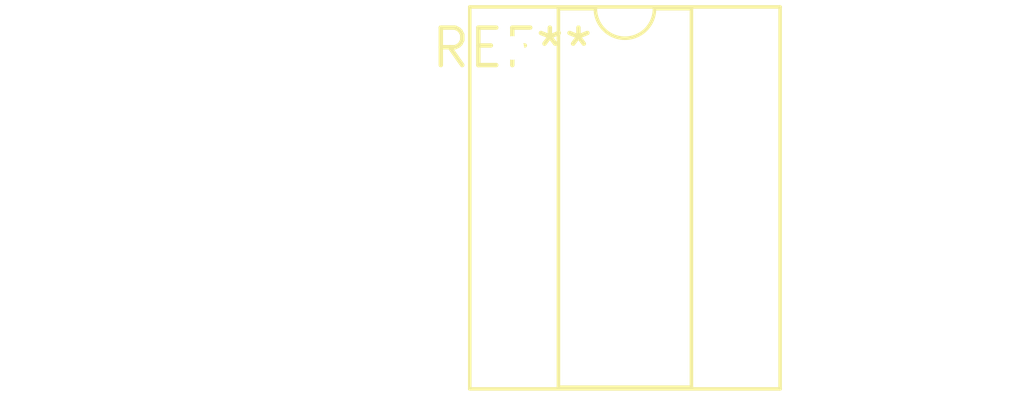
<source format=kicad_pcb>
(kicad_pcb (version 20240108) (generator pcbnew)
  (layers (0 "F.Cu" signal) (31 "B.Cu" signal) (34 "B.Paste" user) (35 "F.Paste" user) (36 "B.SilkS" user "B.Silkscreen") (37 "F.SilkS" user "F.Silkscreen") (38 "B.Mask" user) (39 "F.Mask" user) (44 "Edge.Cuts" user))
  (net 0 "")
  (footprint "DIP-10_W7.62mm_Socket_LongPads" (layer "F.Cu") (at 0 0)
    (property "Reference" "REF**")
    (property "Value" "DIP-10_W7.62mm_Socket_LongPads")
    (fp_line (start -1.44 -1.39) (end -1.44 11.55) (layer "F.SilkS") (stroke (width 0.12)))
    (fp_line (start -1.44 11.55) (end 9.06 11.55) (layer "F.SilkS") (stroke (width 0.12)))
    (fp_line (start 1.56 -1.33) (end 1.56 11.49) (layer "F.SilkS") (stroke (width 0.12)))
    (fp_line (start 1.56 11.49) (end 6.06 11.49) (layer "F.SilkS") (stroke (width 0.12)))
    (fp_line (start 2.81 -1.33) (end 1.56 -1.33) (layer "F.SilkS") (stroke (width 0.12)))
    (fp_line (start 6.06 -1.33) (end 4.81 -1.33) (layer "F.SilkS") (stroke (width 0.12)))
    (fp_line (start 6.06 11.49) (end 6.06 -1.33) (layer "F.SilkS") (stroke (width 0.12)))
    (fp_line (start 9.06 -1.39) (end -1.44 -1.39) (layer "F.SilkS") (stroke (width 0.12)))
    (fp_line (start 9.06 11.55) (end 9.06 -1.39) (layer "F.SilkS") (stroke (width 0.12)))
    (fp_arc (start 4.81 -1.33) (mid 3.81 -0.33) (end 2.81 -1.33) (layer "F.SilkS") (stroke (width 0.12)))
    (pad "1" thru_hole rect (at 0 0) (size 2.4 1.6) (drill 0.8) (layers *.Cu *.Mask) (remove_unused_layers))
    (pad "2" thru_hole oval (at 0 2.54) (size 2.4 1.6) (drill 0.8) (layers *.Cu *.Mask) (remove_unused_layers))
    (pad "3" thru_hole oval (at 0 5.08) (size 2.4 1.6) (drill 0.8) (layers *.Cu *.Mask) (remove_unused_layers))
    (pad "4" thru_hole oval (at 0 7.62) (size 2.4 1.6) (drill 0.8) (layers *.Cu *.Mask) (remove_unused_layers))
    (pad "5" thru_hole oval (at 0 10.16) (size 2.4 1.6) (drill 0.8) (layers *.Cu *.Mask) (remove_unused_layers))
    (pad "6" thru_hole oval (at 7.62 10.16) (size 2.4 1.6) (drill 0.8) (layers *.Cu *.Mask) (remove_unused_layers))
    (pad "7" thru_hole oval (at 7.62 7.62) (size 2.4 1.6) (drill 0.8) (layers *.Cu *.Mask) (remove_unused_layers))
    (pad "8" thru_hole oval (at 7.62 5.08) (size 2.4 1.6) (drill 0.8) (layers *.Cu *.Mask) (remove_unused_layers))
    (pad "9" thru_hole oval (at 7.62 2.54) (size 2.4 1.6) (drill 0.8) (layers *.Cu *.Mask) (remove_unused_layers))
    (pad "10" thru_hole oval (at 7.62 0) (size 2.4 1.6) (drill 0.8) (layers *.Cu *.Mask) (remove_unused_layers))
  )
)
</source>
